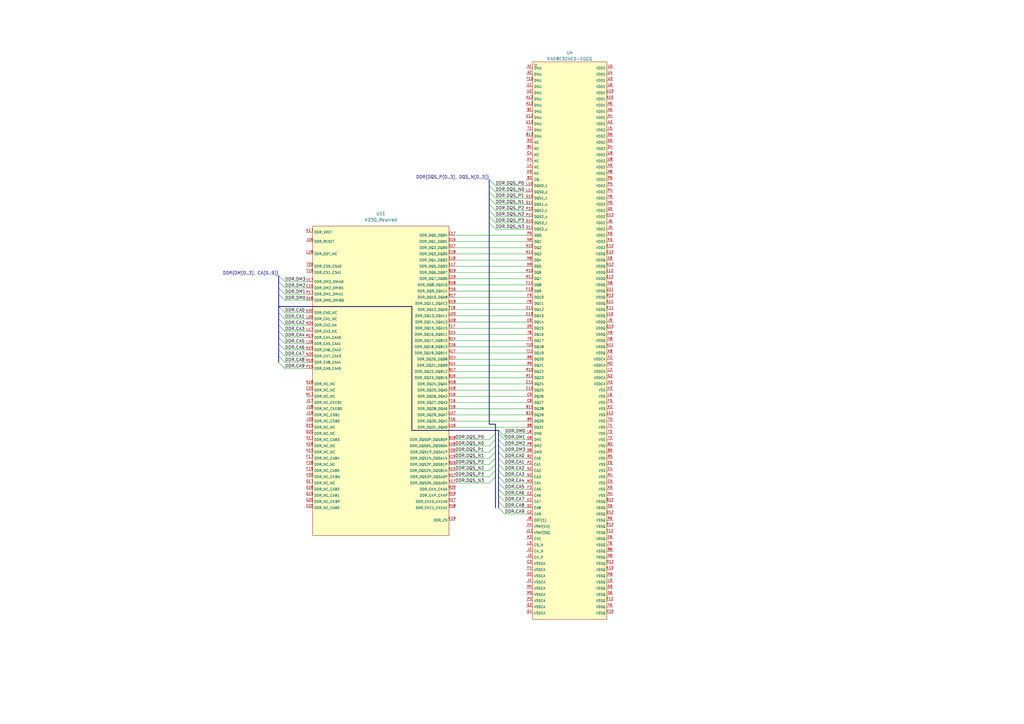
<source format=kicad_sch>
(kicad_sch (version 20250114) (generator "eeschema") (generator_version "9.0")
  (paper "A3")
  (bus_entry (at 114.3 133.35) (size 2.54 2.54))
  (bus_entry (at 200.66 73.66) (size 2.54 2.54))
  (bus_entry (at 203.2 180.34) (size -2.54 2.54))
  (bus_entry (at 204.47 180.34) (size 2.54 2.54))
  (bus_entry (at 203.2 185.42) (size -2.54 2.54))
  (bus_entry (at 114.3 113.03) (size 2.54 2.54))
  (bus_entry (at 204.47 185.42) (size 2.54 2.54))
  (bus_entry (at 200.66 88.9) (size 2.54 2.54))
  (bus_entry (at 203.2 193.04) (size -2.54 2.54))
  (bus_entry (at 114.3 120.65) (size 2.54 2.54))
  (bus_entry (at 200.66 76.2) (size 2.54 2.54))
  (bus_entry (at 200.66 91.44) (size 2.54 2.54))
  (bus_entry (at 114.3 118.11) (size 2.54 2.54))
  (bus_entry (at 204.47 205.74) (size 2.54 2.54))
  (bus_entry (at 114.3 130.81) (size 2.54 2.54))
  (bus_entry (at 203.2 177.8) (size -2.54 2.54))
  (bus_entry (at 204.47 203.2) (size 2.54 2.54))
  (bus_entry (at 204.47 200.66) (size 2.54 2.54))
  (bus_entry (at 200.66 86.36) (size 2.54 2.54))
  (bus_entry (at 204.47 190.5) (size 2.54 2.54))
  (bus_entry (at 203.2 190.5) (size -2.54 2.54))
  (bus_entry (at 200.66 81.28) (size 2.54 2.54))
  (bus_entry (at 114.3 148.59) (size 2.54 2.54))
  (bus_entry (at 204.47 176.53) (size 2.54 2.54))
  (bus_entry (at 204.47 182.88) (size 2.54 2.54))
  (bus_entry (at 200.66 83.82) (size 2.54 2.54))
  (bus_entry (at 204.47 198.12) (size 2.54 2.54))
  (bus_entry (at 204.47 177.8) (size 2.54 2.54))
  (bus_entry (at 114.3 138.43) (size 2.54 2.54))
  (bus_entry (at 114.3 125.73) (size 2.54 2.54))
  (bus_entry (at 203.2 195.58) (size -2.54 2.54))
  (bus_entry (at 203.2 187.96) (size -2.54 2.54))
  (bus_entry (at 114.3 135.89) (size 2.54 2.54))
  (bus_entry (at 114.3 143.51) (size 2.54 2.54))
  (bus_entry (at 204.47 195.58) (size 2.54 2.54))
  (bus_entry (at 204.47 208.28) (size 2.54 2.54))
  (bus_entry (at 204.47 193.04) (size 2.54 2.54))
  (bus_entry (at 114.3 140.97) (size 2.54 2.54))
  (bus_entry (at 114.3 128.27) (size 2.54 2.54))
  (bus_entry (at 114.3 146.05) (size 2.54 2.54))
  (bus_entry (at 203.2 182.88) (size -2.54 2.54))
  (bus_entry (at 200.66 78.74) (size 2.54 2.54))
  (bus_entry (at 204.47 187.96) (size 2.54 2.54))
  (bus_entry (at 114.3 115.57) (size 2.54 2.54))
  (bus (pts (xy 204.47 182.88) (xy 204.47 185.42)))
  (wire (pts (xy 186.69 175.26) (xy 215.9 175.26)))
  (wire (pts (xy 207.01 179.07) (xy 207.01 177.8)))
  (bus (pts (xy 200.66 81.28) (xy 200.66 83.82)))
  (wire (pts (xy 186.69 147.32) (xy 215.9 147.32)))
  (bus (pts (xy 204.47 203.2) (xy 204.47 205.74)))
  (wire (pts (xy 186.69 142.24) (xy 215.9 142.24)))
  (bus (pts (xy 114.3 125.73) (xy 114.3 128.27)))
  (wire (pts (xy 207.01 182.88) (xy 215.9 182.88)))
  (wire (pts (xy 186.69 127) (xy 215.9 127)))
  (wire (pts (xy 207.01 210.82) (xy 215.9 210.82)))
  (bus (pts (xy 203.2 195.58) (xy 203.2 193.04)))
  (bus (pts (xy 203.2 185.42) (xy 203.2 182.88)))
  (bus (pts (xy 200.66 88.9) (xy 200.66 91.44)))
  (wire (pts (xy 186.69 162.56) (xy 215.9 162.56)))
  (wire (pts (xy 186.69 129.54) (xy 215.9 129.54)))
  (bus (pts (xy 204.47 205.74) (xy 204.47 208.28)))
  (bus (pts (xy 114.3 135.89) (xy 114.3 138.43)))
  (bus (pts (xy 114.3 140.97) (xy 114.3 143.51)))
  (wire (pts (xy 116.84 135.89) (xy 125.73 135.89)))
  (bus (pts (xy 203.2 193.04) (xy 203.2 190.5)))
  (wire (pts (xy 186.69 119.38) (xy 215.9 119.38)))
  (wire (pts (xy 186.69 144.78) (xy 215.9 144.78)))
  (wire (pts (xy 186.69 139.7) (xy 215.9 139.7)))
  (wire (pts (xy 207.01 200.66) (xy 215.9 200.66)))
  (wire (pts (xy 203.2 83.82) (xy 215.9 83.82)))
  (wire (pts (xy 116.84 143.51) (xy 125.73 143.51)))
  (wire (pts (xy 186.69 114.3) (xy 215.9 114.3)))
  (bus (pts (xy 200.66 91.44) (xy 200.66 173.99)))
  (wire (pts (xy 186.69 124.46) (xy 215.9 124.46)))
  (wire (pts (xy 186.69 106.68) (xy 215.9 106.68)))
  (wire (pts (xy 186.69 190.5) (xy 200.66 190.5)))
  (wire (pts (xy 116.84 128.27) (xy 125.73 128.27)))
  (wire (pts (xy 186.69 170.18) (xy 215.9 170.18)))
  (wire (pts (xy 116.84 151.13) (xy 125.73 151.13)))
  (bus (pts (xy 114.3 143.51) (xy 114.3 146.05)))
  (wire (pts (xy 186.69 172.72) (xy 215.9 172.72)))
  (wire (pts (xy 116.84 146.05) (xy 125.73 146.05)))
  (wire (pts (xy 186.69 187.96) (xy 200.66 187.96)))
  (wire (pts (xy 186.69 149.86) (xy 215.9 149.86)))
  (wire (pts (xy 116.84 120.65) (xy 125.73 120.65)))
  (wire (pts (xy 207.01 177.8) (xy 215.9 177.8)))
  (wire (pts (xy 207.01 198.12) (xy 215.9 198.12)))
  (wire (pts (xy 186.69 111.76) (xy 215.9 111.76)))
  (wire (pts (xy 186.69 121.92) (xy 215.9 121.92)))
  (bus (pts (xy 200.66 73.66) (xy 200.66 76.2)))
  (bus (pts (xy 203.2 208.28) (xy 203.2 195.58)))
  (wire (pts (xy 207.01 180.34) (xy 215.9 180.34)))
  (wire (pts (xy 186.69 99.06) (xy 215.9 99.06)))
  (wire (pts (xy 116.84 140.97) (xy 125.73 140.97)))
  (wire (pts (xy 116.84 138.43) (xy 125.73 138.43)))
  (bus (pts (xy 204.47 185.42) (xy 204.47 187.96)))
  (bus (pts (xy 204.47 176.53) (xy 204.47 177.8)))
  (wire (pts (xy 116.84 123.19) (xy 125.73 123.19)))
  (wire (pts (xy 116.84 130.81) (xy 125.73 130.81)))
  (wire (pts (xy 203.2 91.44) (xy 215.9 91.44)))
  (wire (pts (xy 186.69 160.02) (xy 215.9 160.02)))
  (bus (pts (xy 168.91 176.53) (xy 204.47 176.53)))
  (bus (pts (xy 204.47 177.8) (xy 204.47 180.34)))
  (wire (pts (xy 186.69 193.04) (xy 200.66 193.04)))
  (wire (pts (xy 186.69 116.84) (xy 215.9 116.84)))
  (bus (pts (xy 114.3 146.05) (xy 114.3 148.59)))
  (bus (pts (xy 114.3 118.11) (xy 114.3 120.65)))
  (bus (pts (xy 114.3 115.57) (xy 114.3 118.11)))
  (bus (pts (xy 200.66 86.36) (xy 200.66 88.9)))
  (bus (pts (xy 200.66 173.99) (xy 203.2 173.99)))
  (wire (pts (xy 116.84 115.57) (xy 125.73 115.57)))
  (bus (pts (xy 114.3 138.43) (xy 114.3 140.97)))
  (bus (pts (xy 204.47 187.96) (xy 204.47 190.5)))
  (wire (pts (xy 207.01 208.28) (xy 215.9 208.28)))
  (bus (pts (xy 114.3 128.27) (xy 114.3 130.81)))
  (wire (pts (xy 207.01 185.42) (xy 215.9 185.42)))
  (bus (pts (xy 114.3 120.65) (xy 114.3 125.73)))
  (wire (pts (xy 207.01 203.2) (xy 215.9 203.2)))
  (bus (pts (xy 204.47 195.58) (xy 204.47 198.12)))
  (wire (pts (xy 203.2 78.74) (xy 215.9 78.74)))
  (bus (pts (xy 204.47 200.66) (xy 204.47 203.2)))
  (bus (pts (xy 204.47 180.34) (xy 204.47 182.88)))
  (wire (pts (xy 116.84 118.11) (xy 125.73 118.11)))
  (wire (pts (xy 207.01 195.58) (xy 215.9 195.58)))
  (wire (pts (xy 186.69 101.6) (xy 215.9 101.6)))
  (wire (pts (xy 186.69 195.58) (xy 200.66 195.58)))
  (bus (pts (xy 203.2 182.88) (xy 203.2 180.34)))
  (wire (pts (xy 186.69 109.22) (xy 215.9 109.22)))
  (wire (pts (xy 203.2 81.28) (xy 215.9 81.28)))
  (bus (pts (xy 168.91 125.73) (xy 168.91 176.53)))
  (bus (pts (xy 203.2 190.5) (xy 203.2 187.96)))
  (wire (pts (xy 186.69 157.48) (xy 215.9 157.48)))
  (bus (pts (xy 203.2 187.96) (xy 203.2 185.42)))
  (bus (pts (xy 114.3 133.35) (xy 114.3 135.89)))
  (wire (pts (xy 203.2 88.9) (xy 215.9 88.9)))
  (wire (pts (xy 186.69 198.12) (xy 200.66 198.12)))
  (wire (pts (xy 207.01 187.96) (xy 215.9 187.96)))
  (bus (pts (xy 114.3 113.03) (xy 114.3 115.57)))
  (wire (pts (xy 116.84 133.35) (xy 125.73 133.35)))
  (wire (pts (xy 186.69 134.62) (xy 215.9 134.62)))
  (wire (pts (xy 186.69 152.4) (xy 215.9 152.4)))
  (wire (pts (xy 186.69 167.64) (xy 215.9 167.64)))
  (wire (pts (xy 207.01 205.74) (xy 215.9 205.74)))
  (wire (pts (xy 186.69 132.08) (xy 215.9 132.08)))
  (wire (pts (xy 186.69 154.94) (xy 215.9 154.94)))
  (wire (pts (xy 186.69 180.34) (xy 200.66 180.34)))
  (wire (pts (xy 186.69 165.1) (xy 215.9 165.1)))
  (wire (pts (xy 186.69 104.14) (xy 215.9 104.14)))
  (bus (pts (xy 114.3 130.81) (xy 114.3 133.35)))
  (bus (pts (xy 203.2 180.34) (xy 203.2 177.8)))
  (wire (pts (xy 203.2 76.2) (xy 215.9 76.2)))
  (wire (pts (xy 186.69 137.16) (xy 215.9 137.16)))
  (wire (pts (xy 207.01 193.04) (xy 215.9 193.04)))
  (wire (pts (xy 203.2 93.98) (xy 215.9 93.98)))
  (wire (pts (xy 203.2 86.36) (xy 215.9 86.36)))
  (bus (pts (xy 200.66 76.2) (xy 200.66 78.74)))
  (wire (pts (xy 186.69 182.88) (xy 200.66 182.88)))
  (bus (pts (xy 200.66 83.82) (xy 200.66 86.36)))
  (wire (pts (xy 207.01 190.5) (xy 215.9 190.5)))
  (bus (pts (xy 200.66 78.74) (xy 200.66 81.28)))
  (bus (pts (xy 204.47 198.12) (xy 204.47 200.66)))
  (bus (pts (xy 203.2 173.99) (xy 203.2 177.8)))
  (bus (pts (xy 114.3 125.73) (xy 168.91 125.73)))
  (wire (pts (xy 186.69 96.52) (xy 215.9 96.52)))
  (wire (pts (xy 186.69 185.42) (xy 200.66 185.42)))
  (bus (pts (xy 204.47 193.04) (xy 204.47 195.58)))
  (bus (pts (xy 204.47 190.5) (xy 204.47 193.04)))
  (wire (pts (xy 116.84 148.59) (xy 125.73 148.59)))
  (label "DDR{DQS_P[0..3], DQS_N[0..3]}" (at 200.66 73.66 180))
  (label "DDR.CA1" (at 207.01 190.5 0))
  (label "DDR.DM3" (at 207.01 185.42 0))
  (label "DDR.CA8" (at 116.84 148.59 0))
  (label "DDR.DQS_N0" (at 186.69 182.88 0))
  (label "DDR.DQS_N0" (at 203.2 78.74 0))
  (label "DDR.CA6" (at 207.01 203.2 0))
  (label "DDR.DQS_P3" (at 186.69 195.58 0))
  (label "DDR.CA8" (at 207.01 208.28 0))
  (label "DDR.DQS_N3" (at 203.2 93.98 0))
  (label "DDR.CA1" (at 116.84 130.81 0))
  (label "DDR.DQS_N1" (at 203.2 83.82 0))
  (label "DDR.CA7" (at 116.84 146.05 0))
  (label "DDR.CA6" (at 116.84 143.51 0))
  (label "DDR.DQS_N1" (at 186.69 187.96 0))
  (label "DDR.CA5" (at 116.84 140.97 0))
  (label "DDR.CA0" (at 207.01 187.96 0))
  (label "DDR.DM1" (at 116.84 120.65 0))
  (label "DDR.CA2" (at 116.84 133.35 0))
  (label "DDR.DQS_P1" (at 186.69 185.42 0))
  (label "DDR{DM[0..3], CA[0..9]}" (at 114.3 113.03 180))
  (label "DDR.DM2" (at 116.84 118.11 0))
  (label "DDR.CA9" (at 116.84 151.13 0))
  (label "DDR.CA5" (at 207.01 200.66 0))
  (label "DDR.DQS_P2" (at 203.2 86.36 0))
  (label "DDR.CA4" (at 207.01 198.12 0))
  (label "DDR.DQS_P3" (at 203.2 91.44 0))
  (label "DDR.DQS_N3" (at 186.69 198.12 0))
  (label "DDR.DM0" (at 116.84 123.19 0))
  (label "DDR.DQS_N2" (at 203.2 88.9 0))
  (label "DDR.CA0" (at 116.84 128.27 0))
  (label "DDR.DQS_P2" (at 186.69 190.5 0))
  (label "DDR.DM1" (at 207.01 180.34 0))
  (label "DDR.CA3" (at 207.01 195.58 0))
  (label "DDR.DQS_P1" (at 203.2 81.28 0))
  (label "DDR.DM3" (at 116.84 115.57 0))
  (label "DDR.CA3" (at 116.84 135.89 0))
  (label "DDR.DM2" (at 207.01 182.88 0))
  (label "DDR.DQS_N2" (at 186.69 193.04 0))
  (label "DDR.CA9" (at 207.01 210.82 0))
  (label "DDR.DQS_P0" (at 203.2 76.2 0))
  (label "DDR.DQS_P0" (at 186.69 180.34 0))
  (label "DDR.CA7" (at 207.01 205.74 0))
  (label "DDR.CA4" (at 116.84 138.43 0))
  (label "DDR.DM0" (at 207.01 177.8 0))
  (label "DDR.CA2" (at 207.01 193.04 0))
  (symbol (lib_id "LCSC:K4E8E324ED-EGCG") (at 233.68 139.7 0) (unit 1)
    (property "Reference" "U4" (at 233.68 21.59 0))
    (property "Value" "K4E8E324ED-EGCG" (at 233.68 24.13 0))
    (property "Footprint" "footprints:BGA-178_L11.5W11.0-P0.65-TL" (effects (hide yes)))
    (property "Datasheet" "https://atta.szlcsc.com/upload/public/pdf/source/20210514/C2803253_EC3616392E396E6686B1921F5B32F9D5.pdf" (effects (hide yes)))
    (property "LCSC" "C2803254" (effects (hide yes)))
  )
  (symbol (lib_id "LCSC:K230_Rewired") (at 156.21 156.21 180) (unit 5)
    (property "Reference" "U1" (at 156.21 87.63 0))
    (property "Value" "K230_Rewired" (at 156.21 90.17 0))
    (property "Footprint" "footprints:BGA-390_L13.0-W13.0-P0.65-TL_C9900054646" (effects (hide yes)))
    (property "Datasheet" "https://img.jlc.com/pdf/applyPasteComponent/2023-07-28/443236C/ff66d85831064c6c99f6af001cc66cad/K230_UnSiP_PO-ABGADD0X22-A.pdf" (effects (hide yes)))
    (property "LCSC" "C21264502" (effects (hide yes)))
  )
)
</source>
